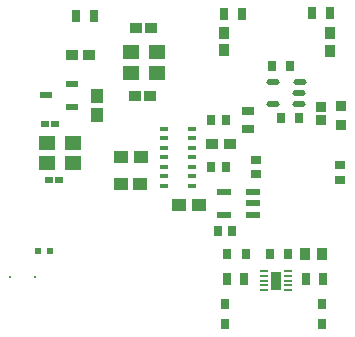
<source format=gbp>
G04*
G04 #@! TF.GenerationSoftware,Altium Limited,Altium Designer,23.6.0 (18)*
G04*
G04 Layer_Color=128*
%FSLAX44Y44*%
%MOMM*%
G71*
G04*
G04 #@! TF.SameCoordinates,26645B5F-4E51-4842-B81F-BC902FA672D2*
G04*
G04*
G04 #@! TF.FilePolarity,Positive*
G04*
G01*
G75*
%ADD18R,1.1581X1.0121*%
%ADD19R,0.7500X0.9000*%
%ADD23R,1.0121X1.1581*%
G04:AMPARAMS|DCode=75|XSize=1.1071mm|YSize=0.5358mm|CornerRadius=0.2679mm|HoleSize=0mm|Usage=FLASHONLY|Rotation=0.000|XOffset=0mm|YOffset=0mm|HoleType=Round|Shape=RoundedRectangle|*
%AMROUNDEDRECTD75*
21,1,1.1071,0.0000,0,0,0.0*
21,1,0.5713,0.5358,0,0,0.0*
1,1,0.5358,0.2857,0.0000*
1,1,0.5358,-0.2857,0.0000*
1,1,0.5358,-0.2857,0.0000*
1,1,0.5358,0.2857,0.0000*
%
%ADD75ROUNDEDRECTD75*%
%ADD76C,0.2540*%
%ADD77R,0.8000X1.0000*%
%ADD78R,0.9682X1.0065*%
%ADD79R,0.9500X0.9000*%
%ADD80R,0.8121X0.9311*%
%ADD81R,1.4000X1.2000*%
%ADD82R,0.8621X0.7565*%
%ADD83R,1.0065X0.9682*%
%ADD84R,0.6600X0.6200*%
%ADD85R,1.0500X0.6000*%
%ADD86R,1.1311X0.9121*%
%ADD87R,0.7500X0.3500*%
%ADD88R,1.0000X0.7500*%
%ADD89R,1.2000X0.6000*%
%ADD90R,0.8121X0.7581*%
G04:AMPARAMS|DCode=91|XSize=0.23mm|YSize=0.7mm|CornerRadius=0.0495mm|HoleSize=0mm|Usage=FLASHONLY|Rotation=90.000|XOffset=0mm|YOffset=0mm|HoleType=Round|Shape=RoundedRectangle|*
%AMROUNDEDRECTD91*
21,1,0.2300,0.6011,0,0,90.0*
21,1,0.1311,0.7000,0,0,90.0*
1,1,0.0989,0.3005,0.0656*
1,1,0.0989,0.3005,-0.0656*
1,1,0.0989,-0.3005,-0.0656*
1,1,0.0989,-0.3005,0.0656*
%
%ADD91ROUNDEDRECTD91*%
G04:AMPARAMS|DCode=92|XSize=1.5mm|YSize=0.9mm|CornerRadius=0.0495mm|HoleSize=0mm|Usage=FLASHONLY|Rotation=90.000|XOffset=0mm|YOffset=0mm|HoleType=Round|Shape=RoundedRectangle|*
%AMROUNDEDRECTD92*
21,1,1.5000,0.8010,0,0,90.0*
21,1,1.4010,0.9000,0,0,90.0*
1,1,0.0990,0.4005,0.7005*
1,1,0.0990,0.4005,-0.7005*
1,1,0.0990,-0.4005,-0.7005*
1,1,0.0990,-0.4005,0.7005*
%
%ADD92ROUNDEDRECTD92*%
%ADD93R,0.8000X0.9000*%
%ADD94R,0.4750X0.5000*%
%ADD95R,0.7500X1.0000*%
%ADD96R,0.9000X1.0500*%
%ADD97R,0.7581X0.8121*%
D18*
X125812Y164076D02*
D03*
X109273D02*
D03*
X158507Y122734D02*
D03*
X175047D02*
D03*
X125667Y141329D02*
D03*
X109127D02*
D03*
D19*
X252468Y241136D02*
D03*
X236968D02*
D03*
X244754Y196506D02*
D03*
X260254D02*
D03*
X214830Y82008D02*
D03*
X199330D02*
D03*
X235282D02*
D03*
X250782D02*
D03*
D23*
X89046Y199241D02*
D03*
Y215781D02*
D03*
D75*
X260450Y227431D02*
D03*
X238131Y227425D02*
D03*
Y208425D02*
D03*
X260142D02*
D03*
Y217925D02*
D03*
D76*
X36853Y62473D02*
D03*
X15263D02*
D03*
D77*
X271394Y285399D02*
D03*
X286395D02*
D03*
X211588Y285029D02*
D03*
X196588D02*
D03*
X71258Y283012D02*
D03*
X86258D02*
D03*
D78*
X286607Y268383D02*
D03*
Y253866D02*
D03*
X196366Y268776D02*
D03*
Y254258D02*
D03*
D79*
X295873Y190863D02*
D03*
Y206863D02*
D03*
D80*
X278652Y195368D02*
D03*
Y206179D02*
D03*
D81*
X139578Y235310D02*
D03*
X117578D02*
D03*
Y252310D02*
D03*
X139578D02*
D03*
X68226Y175446D02*
D03*
X46225D02*
D03*
Y158446D02*
D03*
X68226D02*
D03*
D82*
X294350Y144073D02*
D03*
Y157090D02*
D03*
D83*
X82249Y250338D02*
D03*
X67732D02*
D03*
X186693Y174474D02*
D03*
X201211D02*
D03*
D84*
X44954Y191798D02*
D03*
X53755D02*
D03*
X56702Y144403D02*
D03*
X47902D02*
D03*
D85*
X67803Y225438D02*
D03*
Y206438D02*
D03*
X45803Y215938D02*
D03*
D86*
X121659Y273020D02*
D03*
X134469D02*
D03*
X120762Y215191D02*
D03*
X133573D02*
D03*
D87*
X169600Y139488D02*
D03*
Y147488D02*
D03*
Y155488D02*
D03*
Y163488D02*
D03*
Y171488D02*
D03*
Y179488D02*
D03*
Y187488D02*
D03*
X145600D02*
D03*
Y179488D02*
D03*
Y171488D02*
D03*
Y163488D02*
D03*
Y155488D02*
D03*
Y147488D02*
D03*
Y139488D02*
D03*
D88*
X216843Y187812D02*
D03*
Y202813D02*
D03*
D89*
X196431Y134112D02*
D03*
Y115112D02*
D03*
X221431D02*
D03*
Y124612D02*
D03*
Y134112D02*
D03*
D90*
X223245Y149003D02*
D03*
Y161543D02*
D03*
D91*
X229992Y51148D02*
D03*
Y55148D02*
D03*
Y59148D02*
D03*
Y63148D02*
D03*
Y67148D02*
D03*
X250993Y51148D02*
D03*
Y55148D02*
D03*
Y59148D02*
D03*
Y63148D02*
D03*
Y67148D02*
D03*
D92*
X240492Y59148D02*
D03*
D93*
X279862Y39708D02*
D03*
Y22708D02*
D03*
X197312Y39708D02*
D03*
Y22708D02*
D03*
D94*
X39027Y84338D02*
D03*
X49266D02*
D03*
D95*
X280692Y60418D02*
D03*
X265692D02*
D03*
X213702Y60418D02*
D03*
X198702D02*
D03*
D96*
X265263Y81717D02*
D03*
X279763D02*
D03*
D97*
X203531Y101282D02*
D03*
X190991D02*
D03*
X185832Y155040D02*
D03*
X198372D02*
D03*
X185872Y194938D02*
D03*
X198411D02*
D03*
M02*

</source>
